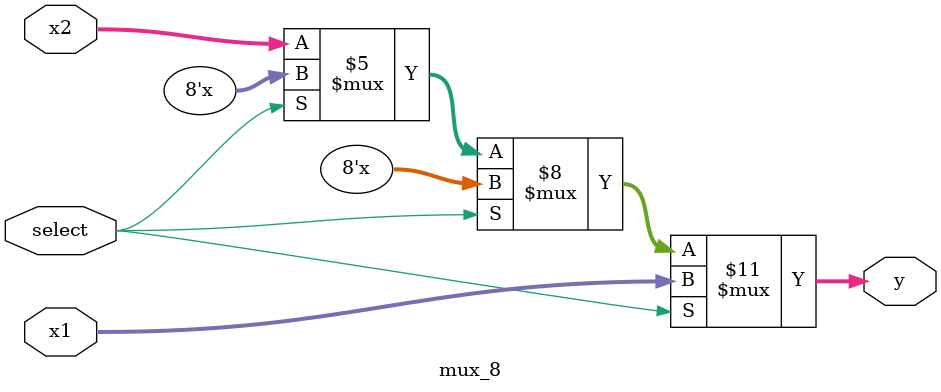
<source format=v>
/*
    Wang Nengzhi
    U201713082
    SES1701
*/

module mux_8
(
    input       [7:0] x1,       // input signal 1
    input       [7:0] x2,       // input signal 2
    input       select,     // data select
    output reg  [7:0] y     // output
);

    always @(*)
    begin
        if (select == 1'b1)
            y = x1;
        else if (select == 1'b0)
            y = x2;
    end

endmodule
</source>
